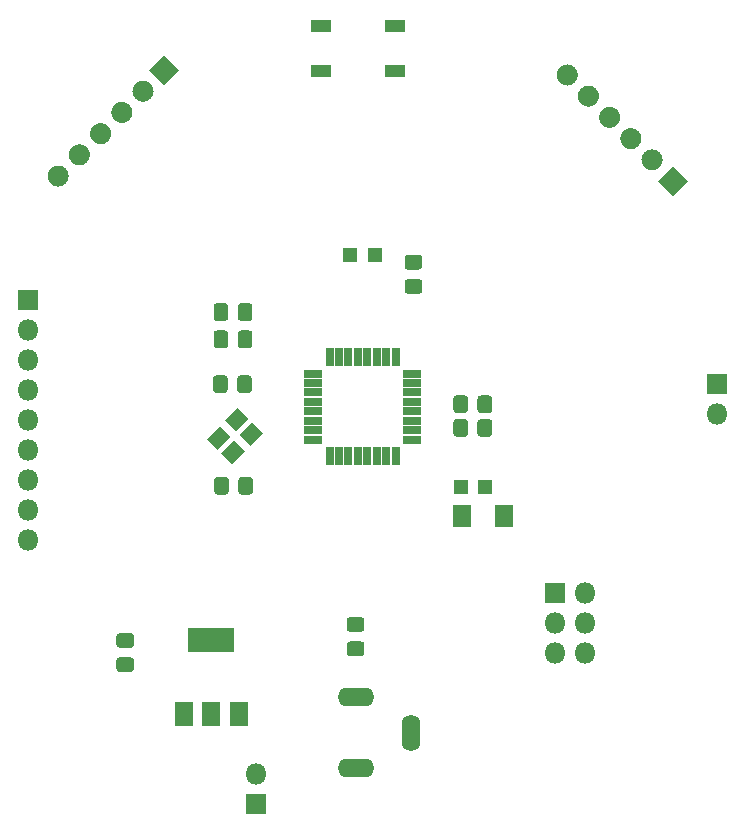
<source format=gbr>
%TF.GenerationSoftware,KiCad,Pcbnew,(5.1.6-0-10_14)*%
%TF.CreationDate,2020-08-15T13:55:16+01:00*%
%TF.ProjectId,arduino,61726475-696e-46f2-9e6b-696361645f70,rev?*%
%TF.SameCoordinates,Original*%
%TF.FileFunction,Soldermask,Top*%
%TF.FilePolarity,Negative*%
%FSLAX46Y46*%
G04 Gerber Fmt 4.6, Leading zero omitted, Abs format (unit mm)*
G04 Created by KiCad (PCBNEW (5.1.6-0-10_14)) date 2020-08-15 13:55:16*
%MOMM*%
%LPD*%
G01*
G04 APERTURE LIST*
%ADD10O,3.116000X1.608000*%
%ADD11O,1.608000X3.116000*%
%ADD12R,1.600000X1.900000*%
%ADD13R,1.800000X1.800000*%
%ADD14O,1.800000X1.800000*%
%ADD15C,0.100000*%
%ADD16R,1.300000X1.300000*%
%ADD17R,1.800000X1.100000*%
%ADD18R,0.650000X1.600000*%
%ADD19R,1.600000X0.650000*%
%ADD20R,3.900000X2.100000*%
%ADD21R,1.600000X2.100000*%
G04 APERTURE END LIST*
D10*
%TO.C,J1*%
X61000000Y-79300000D03*
X61000000Y-85300000D03*
D11*
X65700000Y-82300000D03*
%TD*%
%TO.C,C1*%
G36*
G01*
X50175000Y-52321738D02*
X50175000Y-53278262D01*
G75*
G02*
X49903262Y-53550000I-271738J0D01*
G01*
X49196738Y-53550000D01*
G75*
G02*
X48925000Y-53278262I0J271738D01*
G01*
X48925000Y-52321738D01*
G75*
G02*
X49196738Y-52050000I271738J0D01*
G01*
X49903262Y-52050000D01*
G75*
G02*
X50175000Y-52321738I0J-271738D01*
G01*
G37*
G36*
G01*
X52225000Y-52321738D02*
X52225000Y-53278262D01*
G75*
G02*
X51953262Y-53550000I-271738J0D01*
G01*
X51246738Y-53550000D01*
G75*
G02*
X50975000Y-53278262I0J271738D01*
G01*
X50975000Y-52321738D01*
G75*
G02*
X51246738Y-52050000I271738J0D01*
G01*
X51953262Y-52050000D01*
G75*
G02*
X52225000Y-52321738I0J-271738D01*
G01*
G37*
%TD*%
%TO.C,C2*%
G36*
G01*
X52325000Y-60921738D02*
X52325000Y-61878262D01*
G75*
G02*
X52053262Y-62150000I-271738J0D01*
G01*
X51346738Y-62150000D01*
G75*
G02*
X51075000Y-61878262I0J271738D01*
G01*
X51075000Y-60921738D01*
G75*
G02*
X51346738Y-60650000I271738J0D01*
G01*
X52053262Y-60650000D01*
G75*
G02*
X52325000Y-60921738I0J-271738D01*
G01*
G37*
G36*
G01*
X50275000Y-60921738D02*
X50275000Y-61878262D01*
G75*
G02*
X50003262Y-62150000I-271738J0D01*
G01*
X49296738Y-62150000D01*
G75*
G02*
X49025000Y-61878262I0J271738D01*
G01*
X49025000Y-60921738D01*
G75*
G02*
X49296738Y-60650000I271738J0D01*
G01*
X50003262Y-60650000D01*
G75*
G02*
X50275000Y-60921738I0J-271738D01*
G01*
G37*
%TD*%
%TO.C,C3*%
G36*
G01*
X61478262Y-73775000D02*
X60521738Y-73775000D01*
G75*
G02*
X60250000Y-73503262I0J271738D01*
G01*
X60250000Y-72796738D01*
G75*
G02*
X60521738Y-72525000I271738J0D01*
G01*
X61478262Y-72525000D01*
G75*
G02*
X61750000Y-72796738I0J-271738D01*
G01*
X61750000Y-73503262D01*
G75*
G02*
X61478262Y-73775000I-271738J0D01*
G01*
G37*
G36*
G01*
X61478262Y-75825000D02*
X60521738Y-75825000D01*
G75*
G02*
X60250000Y-75553262I0J271738D01*
G01*
X60250000Y-74846738D01*
G75*
G02*
X60521738Y-74575000I271738J0D01*
G01*
X61478262Y-74575000D01*
G75*
G02*
X61750000Y-74846738I0J-271738D01*
G01*
X61750000Y-75553262D01*
G75*
G02*
X61478262Y-75825000I-271738J0D01*
G01*
G37*
%TD*%
%TO.C,C4*%
G36*
G01*
X72575000Y-56021738D02*
X72575000Y-56978262D01*
G75*
G02*
X72303262Y-57250000I-271738J0D01*
G01*
X71596738Y-57250000D01*
G75*
G02*
X71325000Y-56978262I0J271738D01*
G01*
X71325000Y-56021738D01*
G75*
G02*
X71596738Y-55750000I271738J0D01*
G01*
X72303262Y-55750000D01*
G75*
G02*
X72575000Y-56021738I0J-271738D01*
G01*
G37*
G36*
G01*
X70525000Y-56021738D02*
X70525000Y-56978262D01*
G75*
G02*
X70253262Y-57250000I-271738J0D01*
G01*
X69546738Y-57250000D01*
G75*
G02*
X69275000Y-56978262I0J271738D01*
G01*
X69275000Y-56021738D01*
G75*
G02*
X69546738Y-55750000I271738J0D01*
G01*
X70253262Y-55750000D01*
G75*
G02*
X70525000Y-56021738I0J-271738D01*
G01*
G37*
%TD*%
%TO.C,C5*%
G36*
G01*
X51025000Y-49478262D02*
X51025000Y-48521738D01*
G75*
G02*
X51296738Y-48250000I271738J0D01*
G01*
X52003262Y-48250000D01*
G75*
G02*
X52275000Y-48521738I0J-271738D01*
G01*
X52275000Y-49478262D01*
G75*
G02*
X52003262Y-49750000I-271738J0D01*
G01*
X51296738Y-49750000D01*
G75*
G02*
X51025000Y-49478262I0J271738D01*
G01*
G37*
G36*
G01*
X48975000Y-49478262D02*
X48975000Y-48521738D01*
G75*
G02*
X49246738Y-48250000I271738J0D01*
G01*
X49953262Y-48250000D01*
G75*
G02*
X50225000Y-48521738I0J-271738D01*
G01*
X50225000Y-49478262D01*
G75*
G02*
X49953262Y-49750000I-271738J0D01*
G01*
X49246738Y-49750000D01*
G75*
G02*
X48975000Y-49478262I0J271738D01*
G01*
G37*
%TD*%
%TO.C,C6*%
G36*
G01*
X41021738Y-73875000D02*
X41978262Y-73875000D01*
G75*
G02*
X42250000Y-74146738I0J-271738D01*
G01*
X42250000Y-74853262D01*
G75*
G02*
X41978262Y-75125000I-271738J0D01*
G01*
X41021738Y-75125000D01*
G75*
G02*
X40750000Y-74853262I0J271738D01*
G01*
X40750000Y-74146738D01*
G75*
G02*
X41021738Y-73875000I271738J0D01*
G01*
G37*
G36*
G01*
X41021738Y-75925000D02*
X41978262Y-75925000D01*
G75*
G02*
X42250000Y-76196738I0J-271738D01*
G01*
X42250000Y-76903262D01*
G75*
G02*
X41978262Y-77175000I-271738J0D01*
G01*
X41021738Y-77175000D01*
G75*
G02*
X40750000Y-76903262I0J271738D01*
G01*
X40750000Y-76196738D01*
G75*
G02*
X41021738Y-75925000I271738J0D01*
G01*
G37*
%TD*%
%TO.C,C7*%
G36*
G01*
X52275000Y-46221738D02*
X52275000Y-47178262D01*
G75*
G02*
X52003262Y-47450000I-271738J0D01*
G01*
X51296738Y-47450000D01*
G75*
G02*
X51025000Y-47178262I0J271738D01*
G01*
X51025000Y-46221738D01*
G75*
G02*
X51296738Y-45950000I271738J0D01*
G01*
X52003262Y-45950000D01*
G75*
G02*
X52275000Y-46221738I0J-271738D01*
G01*
G37*
G36*
G01*
X50225000Y-46221738D02*
X50225000Y-47178262D01*
G75*
G02*
X49953262Y-47450000I-271738J0D01*
G01*
X49246738Y-47450000D01*
G75*
G02*
X48975000Y-47178262I0J271738D01*
G01*
X48975000Y-46221738D01*
G75*
G02*
X49246738Y-45950000I271738J0D01*
G01*
X49953262Y-45950000D01*
G75*
G02*
X50225000Y-46221738I0J-271738D01*
G01*
G37*
%TD*%
%TO.C,C8*%
G36*
G01*
X71325000Y-54978262D02*
X71325000Y-54021738D01*
G75*
G02*
X71596738Y-53750000I271738J0D01*
G01*
X72303262Y-53750000D01*
G75*
G02*
X72575000Y-54021738I0J-271738D01*
G01*
X72575000Y-54978262D01*
G75*
G02*
X72303262Y-55250000I-271738J0D01*
G01*
X71596738Y-55250000D01*
G75*
G02*
X71325000Y-54978262I0J271738D01*
G01*
G37*
G36*
G01*
X69275000Y-54978262D02*
X69275000Y-54021738D01*
G75*
G02*
X69546738Y-53750000I271738J0D01*
G01*
X70253262Y-53750000D01*
G75*
G02*
X70525000Y-54021738I0J-271738D01*
G01*
X70525000Y-54978262D01*
G75*
G02*
X70253262Y-55250000I-271738J0D01*
G01*
X69546738Y-55250000D01*
G75*
G02*
X69275000Y-54978262I0J271738D01*
G01*
G37*
%TD*%
%TO.C,C9*%
G36*
G01*
X66378262Y-45150000D02*
X65421738Y-45150000D01*
G75*
G02*
X65150000Y-44878262I0J271738D01*
G01*
X65150000Y-44171738D01*
G75*
G02*
X65421738Y-43900000I271738J0D01*
G01*
X66378262Y-43900000D01*
G75*
G02*
X66650000Y-44171738I0J-271738D01*
G01*
X66650000Y-44878262D01*
G75*
G02*
X66378262Y-45150000I-271738J0D01*
G01*
G37*
G36*
G01*
X66378262Y-43100000D02*
X65421738Y-43100000D01*
G75*
G02*
X65150000Y-42828262I0J271738D01*
G01*
X65150000Y-42121738D01*
G75*
G02*
X65421738Y-41850000I271738J0D01*
G01*
X66378262Y-41850000D01*
G75*
G02*
X66650000Y-42121738I0J-271738D01*
G01*
X66650000Y-42828262D01*
G75*
G02*
X66378262Y-43100000I-271738J0D01*
G01*
G37*
%TD*%
D12*
%TO.C,D1*%
X70000000Y-64000000D03*
X73600000Y-64000000D03*
%TD*%
D13*
%TO.C,J2*%
X52600000Y-88300000D03*
D14*
X52600000Y-85760000D03*
%TD*%
%TO.C,J3*%
X91600000Y-55340000D03*
D13*
X91600000Y-52800000D03*
%TD*%
%TO.C,J4*%
X77900000Y-70500000D03*
D14*
X80440000Y-70500000D03*
X77900000Y-73040000D03*
X80440000Y-73040000D03*
X77900000Y-75580000D03*
X80440000Y-75580000D03*
%TD*%
D15*
%TO.C,J5*%
G36*
X43527208Y-26200000D02*
G01*
X44800000Y-24927208D01*
X46072792Y-26200000D01*
X44800000Y-27472792D01*
X43527208Y-26200000D01*
G37*
G36*
G01*
X42367553Y-27359655D02*
X42367553Y-27359655D01*
G75*
G02*
X43640345Y-27359655I636396J-636396D01*
G01*
X43640345Y-27359655D01*
G75*
G02*
X43640345Y-28632447I-636396J-636396D01*
G01*
X43640345Y-28632447D01*
G75*
G02*
X42367553Y-28632447I-636396J636396D01*
G01*
X42367553Y-28632447D01*
G75*
G02*
X42367553Y-27359655I636396J636396D01*
G01*
G37*
G36*
G01*
X40571502Y-29155706D02*
X40571502Y-29155706D01*
G75*
G02*
X41844294Y-29155706I636396J-636396D01*
G01*
X41844294Y-29155706D01*
G75*
G02*
X41844294Y-30428498I-636396J-636396D01*
G01*
X41844294Y-30428498D01*
G75*
G02*
X40571502Y-30428498I-636396J636396D01*
G01*
X40571502Y-30428498D01*
G75*
G02*
X40571502Y-29155706I636396J636396D01*
G01*
G37*
G36*
G01*
X38775450Y-30951758D02*
X38775450Y-30951758D01*
G75*
G02*
X40048242Y-30951758I636396J-636396D01*
G01*
X40048242Y-30951758D01*
G75*
G02*
X40048242Y-32224550I-636396J-636396D01*
G01*
X40048242Y-32224550D01*
G75*
G02*
X38775450Y-32224550I-636396J636396D01*
G01*
X38775450Y-32224550D01*
G75*
G02*
X38775450Y-30951758I636396J636396D01*
G01*
G37*
G36*
G01*
X36979399Y-32747809D02*
X36979399Y-32747809D01*
G75*
G02*
X38252191Y-32747809I636396J-636396D01*
G01*
X38252191Y-32747809D01*
G75*
G02*
X38252191Y-34020601I-636396J-636396D01*
G01*
X38252191Y-34020601D01*
G75*
G02*
X36979399Y-34020601I-636396J636396D01*
G01*
X36979399Y-34020601D01*
G75*
G02*
X36979399Y-32747809I636396J636396D01*
G01*
G37*
G36*
G01*
X35183348Y-34543860D02*
X35183348Y-34543860D01*
G75*
G02*
X36456140Y-34543860I636396J-636396D01*
G01*
X36456140Y-34543860D01*
G75*
G02*
X36456140Y-35816652I-636396J-636396D01*
G01*
X36456140Y-35816652D01*
G75*
G02*
X35183348Y-35816652I-636396J636396D01*
G01*
X35183348Y-35816652D01*
G75*
G02*
X35183348Y-34543860I636396J636396D01*
G01*
G37*
%TD*%
%TO.C,J6*%
G36*
G01*
X79556140Y-25983348D02*
X79556140Y-25983348D01*
G75*
G02*
X79556140Y-27256140I-636396J-636396D01*
G01*
X79556140Y-27256140D01*
G75*
G02*
X78283348Y-27256140I-636396J636396D01*
G01*
X78283348Y-27256140D01*
G75*
G02*
X78283348Y-25983348I636396J636396D01*
G01*
X78283348Y-25983348D01*
G75*
G02*
X79556140Y-25983348I636396J-636396D01*
G01*
G37*
G36*
G01*
X81352191Y-27779399D02*
X81352191Y-27779399D01*
G75*
G02*
X81352191Y-29052191I-636396J-636396D01*
G01*
X81352191Y-29052191D01*
G75*
G02*
X80079399Y-29052191I-636396J636396D01*
G01*
X80079399Y-29052191D01*
G75*
G02*
X80079399Y-27779399I636396J636396D01*
G01*
X80079399Y-27779399D01*
G75*
G02*
X81352191Y-27779399I636396J-636396D01*
G01*
G37*
G36*
G01*
X83148242Y-29575450D02*
X83148242Y-29575450D01*
G75*
G02*
X83148242Y-30848242I-636396J-636396D01*
G01*
X83148242Y-30848242D01*
G75*
G02*
X81875450Y-30848242I-636396J636396D01*
G01*
X81875450Y-30848242D01*
G75*
G02*
X81875450Y-29575450I636396J636396D01*
G01*
X81875450Y-29575450D01*
G75*
G02*
X83148242Y-29575450I636396J-636396D01*
G01*
G37*
G36*
G01*
X84944294Y-31371502D02*
X84944294Y-31371502D01*
G75*
G02*
X84944294Y-32644294I-636396J-636396D01*
G01*
X84944294Y-32644294D01*
G75*
G02*
X83671502Y-32644294I-636396J636396D01*
G01*
X83671502Y-32644294D01*
G75*
G02*
X83671502Y-31371502I636396J636396D01*
G01*
X83671502Y-31371502D01*
G75*
G02*
X84944294Y-31371502I636396J-636396D01*
G01*
G37*
G36*
G01*
X86740345Y-33167553D02*
X86740345Y-33167553D01*
G75*
G02*
X86740345Y-34440345I-636396J-636396D01*
G01*
X86740345Y-34440345D01*
G75*
G02*
X85467553Y-34440345I-636396J636396D01*
G01*
X85467553Y-34440345D01*
G75*
G02*
X85467553Y-33167553I636396J636396D01*
G01*
X85467553Y-33167553D01*
G75*
G02*
X86740345Y-33167553I636396J-636396D01*
G01*
G37*
G36*
X87900000Y-34327208D02*
G01*
X89172792Y-35600000D01*
X87900000Y-36872792D01*
X86627208Y-35600000D01*
X87900000Y-34327208D01*
G37*
%TD*%
D13*
%TO.C,J7*%
X33300000Y-45700000D03*
D14*
X33300000Y-48240000D03*
X33300000Y-50780000D03*
X33300000Y-53320000D03*
X33300000Y-55860000D03*
X33300000Y-58400000D03*
X33300000Y-60940000D03*
X33300000Y-63480000D03*
X33300000Y-66020000D03*
%TD*%
D16*
%TO.C,R1*%
X69900000Y-61500000D03*
X72000000Y-61500000D03*
%TD*%
%TO.C,R2*%
X62650000Y-41900000D03*
X60550000Y-41900000D03*
%TD*%
D17*
%TO.C,SW1*%
X58050000Y-22500000D03*
X64350000Y-22500000D03*
X58050000Y-26300000D03*
X64350000Y-26300000D03*
%TD*%
D18*
%TO.C,U1*%
X58800000Y-58900000D03*
D19*
X57400000Y-51900000D03*
X57400000Y-52700000D03*
X57400000Y-53500000D03*
X57400000Y-54300000D03*
X57400000Y-55100000D03*
X57400000Y-55900000D03*
X57400000Y-56700000D03*
X57400000Y-57500000D03*
D18*
X59600000Y-58900000D03*
X60400000Y-58900000D03*
X61200000Y-58900000D03*
X62000000Y-58900000D03*
X62800000Y-58900000D03*
X63600000Y-58900000D03*
X64400000Y-58900000D03*
D19*
X65800000Y-57500000D03*
X65800000Y-56700000D03*
X65800000Y-55900000D03*
X65800000Y-55100000D03*
X65800000Y-54300000D03*
X65800000Y-53500000D03*
X65800000Y-52700000D03*
X65800000Y-51900000D03*
D18*
X64400000Y-50500000D03*
X63600000Y-50500000D03*
X62800000Y-50500000D03*
X62000000Y-50500000D03*
X61200000Y-50500000D03*
X60400000Y-50500000D03*
X59600000Y-50500000D03*
X58800000Y-50500000D03*
%TD*%
D20*
%TO.C,U2*%
X48800000Y-74450000D03*
D21*
X48800000Y-80750000D03*
X51100000Y-80750000D03*
X46500000Y-80750000D03*
%TD*%
D15*
%TO.C,Y1*%
G36*
X51047488Y-54807970D02*
G01*
X51966726Y-55727208D01*
X50906066Y-56787868D01*
X49986828Y-55868630D01*
X51047488Y-54807970D01*
G37*
G36*
X49491853Y-56363605D02*
G01*
X50411091Y-57282843D01*
X49350431Y-58343503D01*
X48431193Y-57424265D01*
X49491853Y-56363605D01*
G37*
G36*
X50693934Y-57565686D02*
G01*
X51613172Y-58484924D01*
X50552512Y-59545584D01*
X49633274Y-58626346D01*
X50693934Y-57565686D01*
G37*
G36*
X52249569Y-56010051D02*
G01*
X53168807Y-56929289D01*
X52108147Y-57989949D01*
X51188909Y-57070711D01*
X52249569Y-56010051D01*
G37*
%TD*%
M02*

</source>
